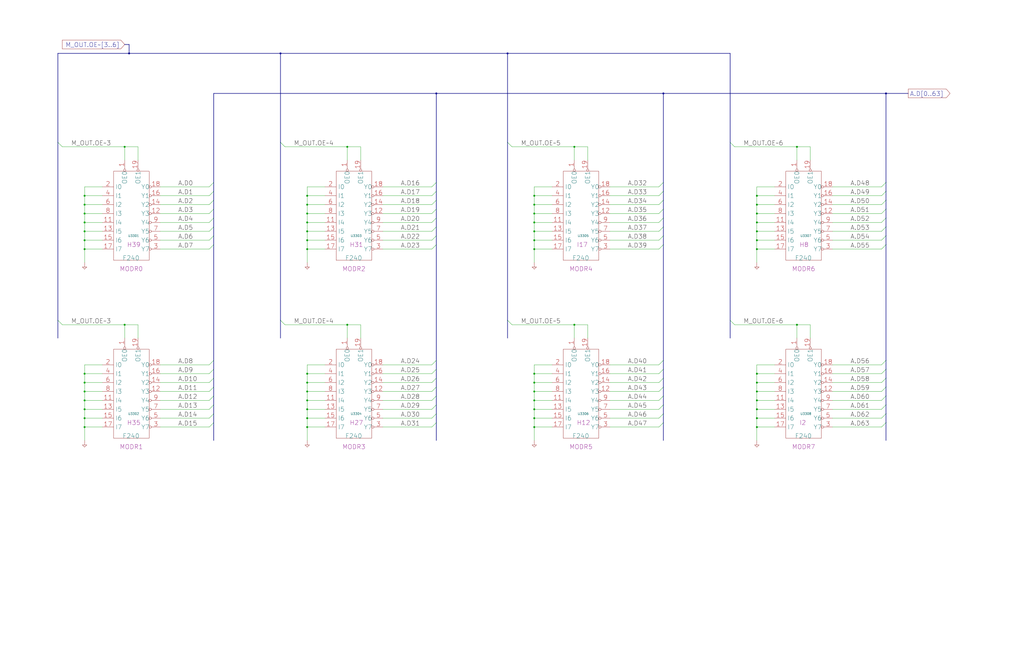
<source format=kicad_sch>
(kicad_sch (version 20250114) (generator "eeschema") (generator_version "9.0")
  (paper "User" 584.2 378.46)
  (title_block (title "MULTIPLIER OUTPUT\\nZERO DRIVERS") (date "22-MAR-90") (rev "1.0") (comment 1 "VALUE") (comment 2 "232-003063") (comment 3 "S400") (comment 4 "RELEASED"))
  (lib_symbols
    (symbol "r1000:F240" (pin_names (offset 1.016))
      (property "Reference" "U" (at 2.54 5.08 0))
      (property "Value" "F240" (at -3.81 -7.62 0))
      (property "Location" "___" (at -1.27 0 0))
      (property "Name" "______" (at 1.27 -15.24 0))
      (symbol "F240_1_1"
        (rectangle (start -8.89 41.91) (end 11.43 -8.89))
        (circle (center -2.54 42.545) (radius 0.635))
        (circle (center 5.08 42.545) (radius 0.635))
        (circle (center 12.065 33.02) (radius 0.635))
        (circle (center 12.065 27.94) (radius 0.635))
        (circle (center 12.065 22.86) (radius 0.635))
        (circle (center 12.065 17.78) (radius 0.635))
        (circle (center 12.065 12.7) (radius 0.635))
        (circle (center 12.065 7.62) (radius 0.635))
        (circle (center 12.065 2.54) (radius 0.635))
        (circle (center 12.065 -2.54) (radius 0.635))
        (pin input line (at -15.24 33.02 0) (length 6.35) (name "I0") (number "2"))
        (pin input line (at -15.24 27.94 0) (length 6.35) (name "I1") (number "4"))
        (pin input line (at -15.24 22.86 0) (length 6.35) (name "I2") (number "6"))
        (pin input line (at -15.24 17.78 0) (length 6.35) (name "I3") (number "8"))
        (pin input line (at -15.24 12.7 0) (length 6.35) (name "I4") (number "11"))
        (pin input line (at -15.24 7.62 0) (length 6.35) (name "I5") (number "13"))
        (pin input line (at -15.24 2.54 0) (length 6.35) (name "I6") (number "15"))
        (pin input line (at -15.24 -2.54 0) (length 6.35) (name "I7") (number "17"))
        (pin input line (at -2.54 48.26 270) (length 5.08) (name "OE0") (number "1"))
        (pin input line (at 5.08 48.26 270) (length 5.08) (name "OE1") (number "19"))
        (pin tri_state line (at 17.78 33.02 180) (length 5.08) (name "Y0") (number "18"))
        (pin tri_state line (at 17.78 27.94 180) (length 5.08) (name "Y1") (number "16"))
        (pin tri_state line (at 17.78 22.86 180) (length 5.08) (name "Y2") (number "14"))
        (pin tri_state line (at 17.78 17.78 180) (length 5.08) (name "Y3") (number "12"))
        (pin tri_state line (at 17.78 12.7 180) (length 5.08) (name "Y4") (number "9"))
        (pin tri_state line (at 17.78 7.62 180) (length 5.08) (name "Y5") (number "7"))
        (pin tri_state line (at 17.78 2.54 180) (length 5.08) (name "Y6") (number "5"))
        (pin tri_state line (at 17.78 -2.54 180) (length 5.08) (name "Y7") (number "3"))
      )
    )
    (symbol "r1000:PD" (power) (pin_numbers (hide yes)) (pin_names (hide yes)) (in_bom no)
      (symbol "PD_0_1"
        (polyline (pts (xy 0 -2.54) (xy 1.27 -2.54) (xy 0 -3.81) (xy -1.27 -2.54) (xy 0 -2.54)) (stroke (width 0.1524)))
      )
      (symbol "PD_1_1"
        (pin power_in line (at 0 0 270) (length 2.54) (name "PD") (number "1"))
      )
    )
  )
  (junction (at 175.26 238.76))
  (junction (at 48.26 233.68))
  (junction (at 175.26 121.92))
  (junction (at 71.12 83.82))
  (junction (at 48.26 218.44))
  (junction (at 289.56 30.48))
  (junction (at 198.12 185.42))
  (junction (at 198.12 83.82))
  (junction (at 431.8 218.44))
  (junction (at 71.12 185.42))
  (junction (at 48.26 127))
  (junction (at 48.26 116.84))
  (junction (at 48.26 223.52))
  (junction (at 327.66 83.82))
  (junction (at 304.8 127))
  (junction (at 431.8 127))
  (junction (at 73.66 30.48))
  (junction (at 175.26 127))
  (junction (at 304.8 121.92))
  (junction (at 48.26 142.24))
  (junction (at 48.26 137.16))
  (junction (at 431.8 121.92))
  (junction (at 431.8 137.16))
  (junction (at 48.26 213.36))
  (junction (at 304.8 233.68))
  (junction (at 304.8 243.84))
  (junction (at 304.8 137.16))
  (junction (at 175.26 218.44))
  (junction (at 431.8 238.76))
  (junction (at 304.8 238.76))
  (junction (at 304.8 111.76))
  (junction (at 431.8 111.76))
  (junction (at 431.8 233.68))
  (junction (at 175.26 228.6))
  (junction (at 175.26 233.68))
  (junction (at 304.8 132.08))
  (junction (at 175.26 132.08))
  (junction (at 160.02 30.48))
  (junction (at 48.26 238.76))
  (junction (at 175.26 142.24))
  (junction (at 304.8 213.36))
  (junction (at 48.26 243.84))
  (junction (at 431.8 132.08))
  (junction (at 48.26 132.08))
  (junction (at 175.26 243.84))
  (junction (at 454.66 185.42))
  (junction (at 304.8 142.24))
  (junction (at 304.8 223.52))
  (junction (at 175.26 116.84))
  (junction (at 431.8 213.36))
  (junction (at 175.26 223.52))
  (junction (at 454.66 83.82))
  (junction (at 175.26 137.16))
  (junction (at 304.8 218.44))
  (junction (at 378.46 53.34))
  (junction (at 505.46 53.34))
  (junction (at 431.8 116.84))
  (junction (at 304.8 116.84))
  (junction (at 327.66 185.42))
  (junction (at 248.92 53.34))
  (junction (at 431.8 142.24))
  (junction (at 48.26 121.92))
  (junction (at 48.26 228.6))
  (junction (at 304.8 228.6))
  (junction (at 48.26 111.76))
  (junction (at 431.8 228.6))
  (junction (at 431.8 223.52))
  (junction (at 175.26 213.36))
  (junction (at 431.8 243.84))
  (junction (at 175.26 111.76))
  (bus_entry (at 505.46 109.22) (size -2.54 2.54))
  (bus_entry (at 33.02 81.28) (size 2.54 2.54))
  (bus_entry (at 505.46 205.74) (size -2.54 2.54))
  (bus_entry (at 248.92 236.22) (size -2.54 2.54))
  (bus_entry (at 378.46 215.9) (size -2.54 2.54))
  (bus_entry (at 121.92 129.54) (size -2.54 2.54))
  (bus_entry (at 378.46 236.22) (size -2.54 2.54))
  (bus_entry (at 378.46 231.14) (size -2.54 2.54))
  (bus_entry (at 121.92 124.46) (size -2.54 2.54))
  (bus_entry (at 378.46 114.3) (size -2.54 2.54))
  (bus_entry (at 121.92 220.98) (size -2.54 2.54))
  (bus_entry (at 121.92 114.3) (size -2.54 2.54))
  (bus_entry (at 248.92 139.7) (size -2.54 2.54))
  (bus_entry (at 505.46 119.38) (size -2.54 2.54))
  (bus_entry (at 378.46 210.82) (size -2.54 2.54))
  (bus_entry (at 378.46 134.62) (size -2.54 2.54))
  (bus_entry (at 505.46 104.14) (size -2.54 2.54))
  (bus_entry (at 248.92 241.3) (size -2.54 2.54))
  (bus_entry (at 505.46 124.46) (size -2.54 2.54))
  (bus_entry (at 121.92 134.62) (size -2.54 2.54))
  (bus_entry (at 121.92 215.9) (size -2.54 2.54))
  (bus_entry (at 505.46 226.06) (size -2.54 2.54))
  (bus_entry (at 248.92 226.06) (size -2.54 2.54))
  (bus_entry (at 378.46 119.38) (size -2.54 2.54))
  (bus_entry (at 378.46 241.3) (size -2.54 2.54))
  (bus_entry (at 505.46 241.3) (size -2.54 2.54))
  (bus_entry (at 505.46 215.9) (size -2.54 2.54))
  (bus_entry (at 416.56 182.88) (size 2.54 2.54))
  (bus_entry (at 378.46 205.74) (size -2.54 2.54))
  (bus_entry (at 248.92 231.14) (size -2.54 2.54))
  (bus_entry (at 378.46 129.54) (size -2.54 2.54))
  (bus_entry (at 248.92 129.54) (size -2.54 2.54))
  (bus_entry (at 505.46 129.54) (size -2.54 2.54))
  (bus_entry (at 505.46 139.7) (size -2.54 2.54))
  (bus_entry (at 248.92 215.9) (size -2.54 2.54))
  (bus_entry (at 121.92 231.14) (size -2.54 2.54))
  (bus_entry (at 248.92 134.62) (size -2.54 2.54))
  (bus_entry (at 505.46 210.82) (size -2.54 2.54))
  (bus_entry (at 121.92 104.14) (size -2.54 2.54))
  (bus_entry (at 416.56 81.28) (size 2.54 2.54))
  (bus_entry (at 121.92 205.74) (size -2.54 2.54))
  (bus_entry (at 248.92 119.38) (size -2.54 2.54))
  (bus_entry (at 378.46 109.22) (size -2.54 2.54))
  (bus_entry (at 248.92 124.46) (size -2.54 2.54))
  (bus_entry (at 378.46 220.98) (size -2.54 2.54))
  (bus_entry (at 378.46 124.46) (size -2.54 2.54))
  (bus_entry (at 121.92 210.82) (size -2.54 2.54))
  (bus_entry (at 160.02 81.28) (size 2.54 2.54))
  (bus_entry (at 121.92 139.7) (size -2.54 2.54))
  (bus_entry (at 248.92 104.14) (size -2.54 2.54))
  (bus_entry (at 248.92 205.74) (size -2.54 2.54))
  (bus_entry (at 121.92 226.06) (size -2.54 2.54))
  (bus_entry (at 378.46 104.14) (size -2.54 2.54))
  (bus_entry (at 121.92 119.38) (size -2.54 2.54))
  (bus_entry (at 248.92 220.98) (size -2.54 2.54))
  (bus_entry (at 505.46 114.3) (size -2.54 2.54))
  (bus_entry (at 33.02 182.88) (size 2.54 2.54))
  (bus_entry (at 378.46 226.06) (size -2.54 2.54))
  (bus_entry (at 160.02 182.88) (size 2.54 2.54))
  (bus_entry (at 248.92 114.3) (size -2.54 2.54))
  (bus_entry (at 378.46 139.7) (size -2.54 2.54))
  (bus_entry (at 121.92 236.22) (size -2.54 2.54))
  (bus_entry (at 289.56 182.88) (size 2.54 2.54))
  (bus_entry (at 121.92 109.22) (size -2.54 2.54))
  (bus_entry (at 289.56 81.28) (size 2.54 2.54))
  (bus_entry (at 505.46 236.22) (size -2.54 2.54))
  (bus_entry (at 505.46 134.62) (size -2.54 2.54))
  (bus_entry (at 505.46 231.14) (size -2.54 2.54))
  (bus_entry (at 248.92 210.82) (size -2.54 2.54))
  (bus_entry (at 248.92 109.22) (size -2.54 2.54))
  (bus_entry (at 121.92 241.3) (size -2.54 2.54))
  (bus_entry (at 505.46 220.98) (size -2.54 2.54))
  (wire (pts (xy 48.26 213.36) (xy 58.42 213.36)))
  (wire (pts (xy 347.98 228.6) (xy 375.92 228.6)))
  (wire (pts (xy 175.26 111.76) (xy 185.42 111.76)))
  (wire (pts (xy 347.98 127) (xy 375.92 127)))
  (wire (pts (xy 91.44 111.76) (xy 119.38 111.76)))
  (wire (pts (xy 175.26 238.76) (xy 175.26 243.84)))
  (bus (pts (xy 378.46 220.98) (xy 378.46 226.06)))
  (wire (pts (xy 431.8 106.68) (xy 431.8 111.76)))
  (wire (pts (xy 304.8 127) (xy 314.96 127)))
  (bus (pts (xy 33.02 30.48) (xy 33.02 81.28)))
  (bus (pts (xy 121.92 114.3) (xy 121.92 119.38)))
  (wire (pts (xy 48.26 116.84) (xy 58.42 116.84)))
  (wire (pts (xy 454.66 83.82) (xy 462.28 83.82)))
  (bus (pts (xy 505.46 205.74) (xy 505.46 210.82)))
  (bus (pts (xy 505.46 134.62) (xy 505.46 139.7)))
  (wire (pts (xy 48.26 116.84) (xy 48.26 121.92)))
  (wire (pts (xy 175.26 106.68) (xy 175.26 111.76)))
  (bus (pts (xy 248.92 114.3) (xy 248.92 119.38)))
  (wire (pts (xy 175.26 127) (xy 185.42 127)))
  (wire (pts (xy 91.44 127) (xy 119.38 127)))
  (bus (pts (xy 505.46 215.9) (xy 505.46 220.98)))
  (wire (pts (xy 175.26 121.92) (xy 185.42 121.92)))
  (bus (pts (xy 248.92 134.62) (xy 248.92 139.7)))
  (wire (pts (xy 431.8 233.68) (xy 431.8 238.76)))
  (bus (pts (xy 121.92 109.22) (xy 121.92 114.3)))
  (bus (pts (xy 289.56 30.48) (xy 416.56 30.48)))
  (wire (pts (xy 474.98 228.6) (xy 502.92 228.6)))
  (wire (pts (xy 304.8 121.92) (xy 314.96 121.92)))
  (wire (pts (xy 91.44 208.28) (xy 119.38 208.28)))
  (wire (pts (xy 71.12 185.42) (xy 71.12 193.04)))
  (bus (pts (xy 378.46 139.7) (xy 378.46 205.74)))
  (bus (pts (xy 289.56 182.88) (xy 289.56 193.04)))
  (wire (pts (xy 162.56 83.82) (xy 198.12 83.82)))
  (wire (pts (xy 48.26 238.76) (xy 58.42 238.76)))
  (bus (pts (xy 160.02 81.28) (xy 160.02 182.88)))
  (wire (pts (xy 431.8 228.6) (xy 431.8 233.68)))
  (wire (pts (xy 474.98 121.92) (xy 502.92 121.92)))
  (wire (pts (xy 71.12 83.82) (xy 71.12 91.44)))
  (wire (pts (xy 162.56 185.42) (xy 198.12 185.42)))
  (wire (pts (xy 474.98 233.68) (xy 502.92 233.68)))
  (bus (pts (xy 121.92 231.14) (xy 121.92 236.22)))
  (bus (pts (xy 505.46 124.46) (xy 505.46 129.54)))
  (wire (pts (xy 48.26 127) (xy 48.26 132.08)))
  (wire (pts (xy 431.8 238.76) (xy 441.96 238.76)))
  (wire (pts (xy 175.26 243.84) (xy 185.42 243.84)))
  (bus (pts (xy 73.66 30.48) (xy 160.02 30.48)))
  (bus (pts (xy 378.46 53.34) (xy 378.46 104.14)))
  (wire (pts (xy 304.8 228.6) (xy 314.96 228.6)))
  (wire (pts (xy 335.28 193.04) (xy 335.28 185.42)))
  (wire (pts (xy 431.8 111.76) (xy 431.8 116.84)))
  (wire (pts (xy 35.56 83.82) (xy 71.12 83.82)))
  (wire (pts (xy 474.98 142.24) (xy 502.92 142.24)))
  (wire (pts (xy 175.26 213.36) (xy 175.26 218.44)))
  (wire (pts (xy 175.26 218.44) (xy 175.26 223.52)))
  (bus (pts (xy 505.46 104.14) (xy 505.46 109.22)))
  (bus (pts (xy 248.92 236.22) (xy 248.92 241.3)))
  (bus (pts (xy 505.46 220.98) (xy 505.46 226.06)))
  (wire (pts (xy 431.8 121.92) (xy 431.8 127)))
  (wire (pts (xy 175.26 218.44) (xy 185.42 218.44)))
  (bus (pts (xy 248.92 124.46) (xy 248.92 129.54)))
  (bus (pts (xy 33.02 81.28) (xy 33.02 182.88)))
  (wire (pts (xy 304.8 238.76) (xy 304.8 243.84)))
  (wire (pts (xy 431.8 238.76) (xy 431.8 243.84)))
  (wire (pts (xy 175.26 223.52) (xy 175.26 228.6)))
  (wire (pts (xy 218.44 213.36) (xy 246.38 213.36)))
  (wire (pts (xy 304.8 106.68) (xy 304.8 111.76)))
  (bus (pts (xy 378.46 53.34) (xy 505.46 53.34)))
  (bus (pts (xy 160.02 30.48) (xy 160.02 81.28)))
  (wire (pts (xy 175.26 127) (xy 175.26 132.08)))
  (wire (pts (xy 218.44 243.84) (xy 246.38 243.84)))
  (wire (pts (xy 304.8 223.52) (xy 314.96 223.52)))
  (bus (pts (xy 505.46 53.34) (xy 518.16 53.34)))
  (wire (pts (xy 292.1 83.82) (xy 327.66 83.82)))
  (wire (pts (xy 48.26 218.44) (xy 58.42 218.44)))
  (wire (pts (xy 431.8 208.28) (xy 431.8 213.36)))
  (wire (pts (xy 185.42 208.28) (xy 175.26 208.28)))
  (wire (pts (xy 292.1 185.42) (xy 327.66 185.42)))
  (wire (pts (xy 91.44 228.6) (xy 119.38 228.6)))
  (wire (pts (xy 347.98 106.68) (xy 375.92 106.68)))
  (wire (pts (xy 218.44 132.08) (xy 246.38 132.08)))
  (wire (pts (xy 462.28 193.04) (xy 462.28 185.42)))
  (wire (pts (xy 91.44 223.52) (xy 119.38 223.52)))
  (wire (pts (xy 48.26 132.08) (xy 58.42 132.08)))
  (bus (pts (xy 248.92 119.38) (xy 248.92 124.46)))
  (bus (pts (xy 505.46 53.34) (xy 505.46 104.14)))
  (wire (pts (xy 304.8 142.24) (xy 314.96 142.24)))
  (bus (pts (xy 33.02 182.88) (xy 33.02 193.04)))
  (bus (pts (xy 378.46 205.74) (xy 378.46 210.82)))
  (wire (pts (xy 474.98 111.76) (xy 502.92 111.76)))
  (wire (pts (xy 454.66 83.82) (xy 454.66 91.44)))
  (bus (pts (xy 121.92 210.82) (xy 121.92 215.9)))
  (wire (pts (xy 48.26 111.76) (xy 48.26 116.84)))
  (wire (pts (xy 48.26 142.24) (xy 48.26 149.86)))
  (wire (pts (xy 48.26 223.52) (xy 48.26 228.6)))
  (bus (pts (xy 121.92 53.34) (xy 248.92 53.34)))
  (wire (pts (xy 304.8 121.92) (xy 304.8 127)))
  (wire (pts (xy 304.8 208.28) (xy 304.8 213.36)))
  (wire (pts (xy 48.26 238.76) (xy 48.26 243.84)))
  (wire (pts (xy 304.8 132.08) (xy 304.8 137.16)))
  (bus (pts (xy 378.46 241.3) (xy 378.46 251.46)))
  (wire (pts (xy 347.98 142.24) (xy 375.92 142.24)))
  (wire (pts (xy 175.26 213.36) (xy 185.42 213.36)))
  (wire (pts (xy 304.8 116.84) (xy 304.8 121.92)))
  (wire (pts (xy 431.8 243.84) (xy 441.96 243.84)))
  (bus (pts (xy 505.46 226.06) (xy 505.46 231.14)))
  (wire (pts (xy 335.28 91.44) (xy 335.28 83.82)))
  (wire (pts (xy 48.26 228.6) (xy 48.26 233.68)))
  (wire (pts (xy 327.66 185.42) (xy 327.66 193.04)))
  (wire (pts (xy 48.26 127) (xy 58.42 127)))
  (wire (pts (xy 304.8 213.36) (xy 304.8 218.44)))
  (wire (pts (xy 304.8 142.24) (xy 304.8 149.86)))
  (wire (pts (xy 347.98 233.68) (xy 375.92 233.68)))
  (bus (pts (xy 505.46 236.22) (xy 505.46 241.3)))
  (bus (pts (xy 378.46 210.82) (xy 378.46 215.9)))
  (wire (pts (xy 48.26 243.84) (xy 58.42 243.84)))
  (wire (pts (xy 205.74 193.04) (xy 205.74 185.42)))
  (bus (pts (xy 248.92 226.06) (xy 248.92 231.14)))
  (wire (pts (xy 218.44 218.44) (xy 246.38 218.44)))
  (bus (pts (xy 505.46 210.82) (xy 505.46 215.9)))
  (wire (pts (xy 91.44 142.24) (xy 119.38 142.24)))
  (bus (pts (xy 416.56 81.28) (xy 416.56 182.88)))
  (wire (pts (xy 304.8 137.16) (xy 304.8 142.24)))
  (bus (pts (xy 248.92 109.22) (xy 248.92 114.3)))
  (bus (pts (xy 160.02 182.88) (xy 160.02 193.04)))
  (bus (pts (xy 71.12 25.4) (xy 73.66 25.4)))
  (wire (pts (xy 304.8 228.6) (xy 304.8 233.68)))
  (wire (pts (xy 58.42 208.28) (xy 48.26 208.28)))
  (bus (pts (xy 505.46 231.14) (xy 505.46 236.22)))
  (wire (pts (xy 175.26 121.92) (xy 175.26 127)))
  (wire (pts (xy 304.8 111.76) (xy 304.8 116.84)))
  (bus (pts (xy 121.92 124.46) (xy 121.92 129.54)))
  (bus (pts (xy 121.92 119.38) (xy 121.92 124.46)))
  (wire (pts (xy 48.26 223.52) (xy 58.42 223.52)))
  (wire (pts (xy 218.44 106.68) (xy 246.38 106.68)))
  (wire (pts (xy 431.8 127) (xy 441.96 127)))
  (wire (pts (xy 347.98 238.76) (xy 375.92 238.76)))
  (wire (pts (xy 347.98 243.84) (xy 375.92 243.84)))
  (wire (pts (xy 347.98 137.16) (xy 375.92 137.16)))
  (wire (pts (xy 474.98 243.84) (xy 502.92 243.84)))
  (wire (pts (xy 198.12 185.42) (xy 198.12 193.04)))
  (bus (pts (xy 416.56 30.48) (xy 416.56 81.28)))
  (wire (pts (xy 431.8 137.16) (xy 441.96 137.16)))
  (wire (pts (xy 304.8 218.44) (xy 304.8 223.52)))
  (wire (pts (xy 431.8 223.52) (xy 431.8 228.6)))
  (wire (pts (xy 314.96 106.68) (xy 304.8 106.68)))
  (wire (pts (xy 474.98 132.08) (xy 502.92 132.08)))
  (wire (pts (xy 419.1 83.82) (xy 454.66 83.82)))
  (wire (pts (xy 198.12 83.82) (xy 205.74 83.82)))
  (wire (pts (xy 48.26 106.68) (xy 48.26 111.76)))
  (wire (pts (xy 327.66 83.82) (xy 335.28 83.82)))
  (bus (pts (xy 248.92 104.14) (xy 248.92 109.22)))
  (wire (pts (xy 474.98 137.16) (xy 502.92 137.16)))
  (bus (pts (xy 248.92 53.34) (xy 378.46 53.34)))
  (bus (pts (xy 378.46 119.38) (xy 378.46 124.46)))
  (bus (pts (xy 248.92 205.74) (xy 248.92 210.82)))
  (bus (pts (xy 505.46 139.7) (xy 505.46 205.74)))
  (bus (pts (xy 378.46 104.14) (xy 378.46 109.22)))
  (wire (pts (xy 218.44 111.76) (xy 246.38 111.76)))
  (wire (pts (xy 48.26 208.28) (xy 48.26 213.36)))
  (wire (pts (xy 431.8 243.84) (xy 431.8 251.46)))
  (bus (pts (xy 378.46 129.54) (xy 378.46 134.62)))
  (wire (pts (xy 304.8 132.08) (xy 314.96 132.08)))
  (wire (pts (xy 431.8 233.68) (xy 441.96 233.68)))
  (wire (pts (xy 175.26 223.52) (xy 185.42 223.52)))
  (wire (pts (xy 91.44 218.44) (xy 119.38 218.44)))
  (bus (pts (xy 121.92 226.06) (xy 121.92 231.14)))
  (wire (pts (xy 48.26 132.08) (xy 48.26 137.16)))
  (wire (pts (xy 91.44 121.92) (xy 119.38 121.92)))
  (wire (pts (xy 474.98 238.76) (xy 502.92 238.76)))
  (wire (pts (xy 431.8 213.36) (xy 431.8 218.44)))
  (wire (pts (xy 431.8 213.36) (xy 441.96 213.36)))
  (wire (pts (xy 431.8 218.44) (xy 431.8 223.52)))
  (bus (pts (xy 73.66 25.4) (xy 73.66 30.48)))
  (wire (pts (xy 58.42 106.68) (xy 48.26 106.68)))
  (wire (pts (xy 71.12 83.82) (xy 78.74 83.82)))
  (wire (pts (xy 48.26 111.76) (xy 58.42 111.76)))
  (bus (pts (xy 505.46 109.22) (xy 505.46 114.3)))
  (wire (pts (xy 474.98 208.28) (xy 502.92 208.28)))
  (bus (pts (xy 121.92 236.22) (xy 121.92 241.3)))
  (wire (pts (xy 474.98 213.36) (xy 502.92 213.36)))
  (wire (pts (xy 175.26 142.24) (xy 185.42 142.24)))
  (bus (pts (xy 248.92 210.82) (xy 248.92 215.9)))
  (wire (pts (xy 431.8 116.84) (xy 431.8 121.92)))
  (wire (pts (xy 441.96 106.68) (xy 431.8 106.68)))
  (wire (pts (xy 48.26 142.24) (xy 58.42 142.24)))
  (wire (pts (xy 431.8 121.92) (xy 441.96 121.92)))
  (wire (pts (xy 175.26 137.16) (xy 175.26 142.24)))
  (wire (pts (xy 454.66 185.42) (xy 454.66 193.04)))
  (wire (pts (xy 304.8 137.16) (xy 314.96 137.16)))
  (wire (pts (xy 205.74 91.44) (xy 205.74 83.82)))
  (wire (pts (xy 347.98 111.76) (xy 375.92 111.76)))
  (wire (pts (xy 91.44 238.76) (xy 119.38 238.76)))
  (wire (pts (xy 218.44 238.76) (xy 246.38 238.76)))
  (wire (pts (xy 218.44 121.92) (xy 246.38 121.92)))
  (wire (pts (xy 91.44 233.68) (xy 119.38 233.68)))
  (wire (pts (xy 462.28 91.44) (xy 462.28 83.82)))
  (wire (pts (xy 198.12 185.42) (xy 205.74 185.42)))
  (wire (pts (xy 431.8 127) (xy 431.8 132.08)))
  (wire (pts (xy 35.56 185.42) (xy 71.12 185.42)))
  (wire (pts (xy 431.8 132.08) (xy 431.8 137.16)))
  (bus (pts (xy 378.46 134.62) (xy 378.46 139.7)))
  (wire (pts (xy 198.12 83.82) (xy 198.12 91.44)))
  (bus (pts (xy 378.46 215.9) (xy 378.46 220.98)))
  (wire (pts (xy 78.74 193.04) (xy 78.74 185.42)))
  (bus (pts (xy 248.92 241.3) (xy 248.92 251.46)))
  (wire (pts (xy 175.26 111.76) (xy 175.26 116.84)))
  (wire (pts (xy 431.8 142.24) (xy 431.8 149.86)))
  (wire (pts (xy 175.26 228.6) (xy 185.42 228.6)))
  (wire (pts (xy 304.8 233.68) (xy 304.8 238.76)))
  (bus (pts (xy 248.92 53.34) (xy 248.92 104.14)))
  (bus (pts (xy 33.02 30.48) (xy 73.66 30.48)))
  (wire (pts (xy 175.26 233.68) (xy 185.42 233.68)))
  (wire (pts (xy 304.8 213.36) (xy 314.96 213.36)))
  (bus (pts (xy 289.56 81.28) (xy 289.56 182.88)))
  (wire (pts (xy 218.44 233.68) (xy 246.38 233.68)))
  (wire (pts (xy 218.44 142.24) (xy 246.38 142.24)))
  (wire (pts (xy 304.8 127) (xy 304.8 132.08)))
  (wire (pts (xy 431.8 228.6) (xy 441.96 228.6)))
  (bus (pts (xy 248.92 139.7) (xy 248.92 205.74)))
  (bus (pts (xy 121.92 215.9) (xy 121.92 220.98)))
  (wire (pts (xy 431.8 223.52) (xy 441.96 223.52)))
  (wire (pts (xy 48.26 121.92) (xy 58.42 121.92)))
  (wire (pts (xy 304.8 116.84) (xy 314.96 116.84)))
  (wire (pts (xy 327.66 185.42) (xy 335.28 185.42)))
  (bus (pts (xy 378.46 231.14) (xy 378.46 236.22)))
  (bus (pts (xy 505.46 114.3) (xy 505.46 119.38)))
  (wire (pts (xy 91.44 213.36) (xy 119.38 213.36)))
  (wire (pts (xy 347.98 218.44) (xy 375.92 218.44)))
  (wire (pts (xy 347.98 121.92) (xy 375.92 121.92)))
  (wire (pts (xy 48.26 228.6) (xy 58.42 228.6)))
  (wire (pts (xy 304.8 233.68) (xy 314.96 233.68)))
  (wire (pts (xy 347.98 223.52) (xy 375.92 223.52)))
  (wire (pts (xy 175.26 228.6) (xy 175.26 233.68)))
  (wire (pts (xy 347.98 132.08) (xy 375.92 132.08)))
  (wire (pts (xy 185.42 106.68) (xy 175.26 106.68)))
  (wire (pts (xy 91.44 106.68) (xy 119.38 106.68)))
  (wire (pts (xy 175.26 208.28) (xy 175.26 213.36)))
  (wire (pts (xy 304.8 238.76) (xy 314.96 238.76)))
  (bus (pts (xy 121.92 220.98) (xy 121.92 226.06)))
  (wire (pts (xy 218.44 137.16) (xy 246.38 137.16)))
  (bus (pts (xy 378.46 124.46) (xy 378.46 129.54)))
  (wire (pts (xy 474.98 116.84) (xy 502.92 116.84)))
  (wire (pts (xy 454.66 185.42) (xy 462.28 185.42)))
  (wire (pts (xy 175.26 132.08) (xy 185.42 132.08)))
  (bus (pts (xy 121.92 53.34) (xy 121.92 104.14)))
  (bus (pts (xy 378.46 109.22) (xy 378.46 114.3)))
  (wire (pts (xy 431.8 142.24) (xy 441.96 142.24)))
  (wire (pts (xy 48.26 137.16) (xy 58.42 137.16)))
  (wire (pts (xy 48.26 243.84) (xy 48.26 251.46)))
  (bus (pts (xy 121.92 241.3) (xy 121.92 251.46)))
  (wire (pts (xy 218.44 228.6) (xy 246.38 228.6)))
  (wire (pts (xy 175.26 238.76) (xy 185.42 238.76)))
  (wire (pts (xy 474.98 127) (xy 502.92 127)))
  (bus (pts (xy 505.46 119.38) (xy 505.46 124.46)))
  (bus (pts (xy 378.46 114.3) (xy 378.46 119.38)))
  (wire (pts (xy 91.44 243.84) (xy 119.38 243.84)))
  (wire (pts (xy 175.26 116.84) (xy 185.42 116.84)))
  (wire (pts (xy 347.98 213.36) (xy 375.92 213.36)))
  (wire (pts (xy 91.44 116.84) (xy 119.38 116.84)))
  (wire (pts (xy 175.26 142.24) (xy 175.26 149.86)))
  (bus (pts (xy 289.56 30.48) (xy 289.56 81.28)))
  (wire (pts (xy 48.26 233.68) (xy 58.42 233.68)))
  (wire (pts (xy 327.66 83.82) (xy 327.66 91.44)))
  (bus (pts (xy 121.92 205.74) (xy 121.92 210.82)))
  (bus (pts (xy 248.92 220.98) (xy 248.92 226.06)))
  (wire (pts (xy 218.44 116.84) (xy 246.38 116.84)))
  (bus (pts (xy 248.92 231.14) (xy 248.92 236.22)))
  (wire (pts (xy 48.26 213.36) (xy 48.26 218.44)))
  (bus (pts (xy 121.92 139.7) (xy 121.92 205.74)))
  (wire (pts (xy 175.26 116.84) (xy 175.26 121.92)))
  (wire (pts (xy 441.96 208.28) (xy 431.8 208.28)))
  (wire (pts (xy 91.44 132.08) (xy 119.38 132.08)))
  (wire (pts (xy 218.44 223.52) (xy 246.38 223.52)))
  (wire (pts (xy 304.8 243.84) (xy 304.8 251.46)))
  (wire (pts (xy 474.98 106.68) (xy 502.92 106.68)))
  (wire (pts (xy 347.98 208.28) (xy 375.92 208.28)))
  (bus (pts (xy 121.92 134.62) (xy 121.92 139.7)))
  (bus (pts (xy 248.92 215.9) (xy 248.92 220.98)))
  (wire (pts (xy 431.8 137.16) (xy 431.8 142.24)))
  (wire (pts (xy 48.26 121.92) (xy 48.26 127)))
  (bus (pts (xy 378.46 236.22) (xy 378.46 241.3)))
  (bus (pts (xy 505.46 129.54) (xy 505.46 134.62)))
  (wire (pts (xy 431.8 111.76) (xy 441.96 111.76)))
  (bus (pts (xy 121.92 129.54) (xy 121.92 134.62)))
  (bus (pts (xy 505.46 241.3) (xy 505.46 251.46)))
  (bus (pts (xy 121.92 104.14) (xy 121.92 109.22)))
  (wire (pts (xy 71.12 185.42) (xy 78.74 185.42)))
  (wire (pts (xy 304.8 111.76) (xy 314.96 111.76)))
  (wire (pts (xy 175.26 132.08) (xy 175.26 137.16)))
  (bus (pts (xy 160.02 30.48) (xy 289.56 30.48)))
  (wire (pts (xy 48.26 233.68) (xy 48.26 238.76)))
  (bus (pts (xy 248.92 129.54) (xy 248.92 134.62)))
  (wire (pts (xy 175.26 233.68) (xy 175.26 238.76)))
  (wire (pts (xy 347.98 116.84) (xy 375.92 116.84)))
  (wire (pts (xy 474.98 223.52) (xy 502.92 223.52)))
  (wire (pts (xy 314.96 208.28) (xy 304.8 208.28)))
  (wire (pts (xy 48.26 218.44) (xy 48.26 223.52)))
  (wire (pts (xy 175.26 137.16) (xy 185.42 137.16)))
  (wire (pts (xy 419.1 185.42) (xy 454.66 185.42)))
  (wire (pts (xy 48.26 137.16) (xy 48.26 142.24)))
  (wire (pts (xy 91.44 137.16) (xy 119.38 137.16)))
  (wire (pts (xy 218.44 208.28) (xy 246.38 208.28)))
  (wire (pts (xy 431.8 132.08) (xy 441.96 132.08)))
  (wire (pts (xy 304.8 223.52) (xy 304.8 228.6)))
  (wire (pts (xy 78.74 91.44) (xy 78.74 83.82)))
  (bus (pts (xy 416.56 182.88) (xy 416.56 193.04)))
  (wire (pts (xy 474.98 218.44) (xy 502.92 218.44)))
  (wire (pts (xy 431.8 116.84) (xy 441.96 116.84)))
  (wire (pts (xy 431.8 218.44) (xy 441.96 218.44)))
  (bus (pts (xy 378.46 226.06) (xy 378.46 231.14)))
  (wire (pts (xy 304.8 218.44) (xy 314.96 218.44)))
  (wire (pts (xy 304.8 243.84) (xy 314.96 243.84)))
  (wire (pts (xy 218.44 127) (xy 246.38 127)))
  (wire (pts (xy 175.26 243.84) (xy 175.26 251.46)))
  (label "A.D35" (at 358.14 121.92 0) (effects (font (size 2.54 2.54))))
  (label "A.D19" (at 228.6 121.92 0) (effects (font (size 2.54 2.54))))
  (label "A.D1" (at 101.6 111.76 0) (effects (font (size 2.54 2.54))))
  (label "A.D57" (at 485.14 213.36 0) (effects (font (size 2.54 2.54))))
  (label "A.D49" (at 485.14 111.76 0) (effects (font (size 2.54 2.54))))
  (label "M_OUT.OE~4" (at 167.64 185.42 0) (effects (font (size 2.54 2.54))))
  (label "A.D26" (at 228.6 218.44 0) (effects (font (size 2.54 2.54))))
  (label "A.D31" (at 228.6 243.84 0) (effects (font (size 2.54 2.54))))
  (label "A.D3" (at 101.6 121.92 0) (effects (font (size 2.54 2.54))))
  (label "A.D54" (at 485.14 137.16 0) (effects (font (size 2.54 2.54))))
  (label "A.D56" (at 485.14 208.28 0) (effects (font (size 2.54 2.54))))
  (label "M_OUT.OE~6" (at 424.18 83.82 0) (effects (font (size 2.54 2.54))))
  (label "A.D9" (at 101.6 213.36 0) (effects (font (size 2.54 2.54))))
  (label "A.D22" (at 228.6 137.16 0) (effects (font (size 2.54 2.54))))
  (label "A.D45" (at 358.14 233.68 0) (effects (font (size 2.54 2.54))))
  (label "A.D5" (at 101.6 132.08 0) (effects (font (size 2.54 2.54))))
  (label "A.D12" (at 101.6 228.6 0) (effects (font (size 2.54 2.54))))
  (label "A.D47" (at 358.14 243.84 0) (effects (font (size 2.54 2.54))))
  (label "A.D24" (at 228.6 208.28 0) (effects (font (size 2.54 2.54))))
  (label "A.D50" (at 485.14 116.84 0) (effects (font (size 2.54 2.54))))
  (label "A.D53" (at 485.14 132.08 0) (effects (font (size 2.54 2.54))))
  (label "A.D52" (at 485.14 127 0) (effects (font (size 2.54 2.54))))
  (label "A.D32" (at 358.14 106.68 0) (effects (font (size 2.54 2.54))))
  (label "M_OUT.OE~5" (at 297.18 185.42 0) (effects (font (size 2.54 2.54))))
  (label "A.D6" (at 101.6 137.16 0) (effects (font (size 2.54 2.54))))
  (label "M_OUT.OE~6" (at 424.18 185.42 0) (effects (font (size 2.54 2.54))))
  (label "A.D58" (at 485.14 218.44 0) (effects (font (size 2.54 2.54))))
  (label "A.D39" (at 358.14 142.24 0) (effects (font (size 2.54 2.54))))
  (label "A.D30" (at 228.6 238.76 0) (effects (font (size 2.54 2.54))))
  (label "M_OUT.OE~3" (at 40.64 185.42 0) (effects (font (size 2.54 2.54))))
  (label "A.D62" (at 485.14 238.76 0) (effects (font (size 2.54 2.54))))
  (label "A.D10" (at 101.6 218.44 0) (effects (font (size 2.54 2.54))))
  (label "A.D42" (at 358.14 218.44 0) (effects (font (size 2.54 2.54))))
  (label "A.D46" (at 358.14 238.76 0) (effects (font (size 2.54 2.54))))
  (label "A.D14" (at 101.6 238.76 0) (effects (font (size 2.54 2.54))))
  (label "A.D7" (at 101.6 142.24 0) (effects (font (size 2.54 2.54))))
  (label "A.D44" (at 358.14 228.6 0) (effects (font (size 2.54 2.54))))
  (label "A.D36" (at 358.14 127 0) (effects (font (size 2.54 2.54))))
  (label "M_OUT.OE~5" (at 297.18 83.82 0) (effects (font (size 2.54 2.54))))
  (label "A.D13" (at 101.6 233.68 0) (effects (font (size 2.54 2.54))))
  (label "A.D17" (at 228.6 111.76 0) (effects (font (size 2.54 2.54))))
  (label "A.D59" (at 485.14 223.52 0) (effects (font (size 2.54 2.54))))
  (label "A.D60" (at 485.14 228.6 0) (effects (font (size 2.54 2.54))))
  (label "A.D29" (at 228.6 233.68 0) (effects (font (size 2.54 2.54))))
  (label "A.D38" (at 358.14 137.16 0) (effects (font (size 2.54 2.54))))
  (label "A.D16" (at 228.6 106.68 0) (effects (font (size 2.54 2.54))))
  (label "A.D27" (at 228.6 223.52 0) (effects (font (size 2.54 2.54))))
  (label "A.D2" (at 101.6 116.84 0) (effects (font (size 2.54 2.54))))
  (label "A.D34" (at 358.14 116.84 0) (effects (font (size 2.54 2.54))))
  (label "A.D63" (at 485.14 243.84 0) (effects (font (size 2.54 2.54))))
  (label "A.D21" (at 228.6 132.08 0) (effects (font (size 2.54 2.54))))
  (label "A.D61" (at 485.14 233.68 0) (effects (font (size 2.54 2.54))))
  (label "A.D43" (at 358.14 223.52 0) (effects (font (size 2.54 2.54))))
  (label "A.D25" (at 228.6 213.36 0) (effects (font (size 2.54 2.54))))
  (label "A.D55" (at 485.14 142.24 0) (effects (font (size 2.54 2.54))))
  (label "M_OUT.OE~3" (at 40.64 83.82 0) (effects (font (size 2.54 2.54))))
  (label "A.D41" (at 358.14 213.36 0) (effects (font (size 2.54 2.54))))
  (label "A.D40" (at 358.14 208.28 0) (effects (font (size 2.54 2.54))))
  (label "A.D37" (at 358.14 132.08 0) (effects (font (size 2.54 2.54))))
  (label "A.D51" (at 485.14 121.92 0) (effects (font (size 2.54 2.54))))
  (label "A.D18" (at 228.6 116.84 0) (effects (font (size 2.54 2.54))))
  (label "A.D8" (at 101.6 208.28 0) (effects (font (size 2.54 2.54))))
  (label "A.D33" (at 358.14 111.76 0) (effects (font (size 2.54 2.54))))
  (label "A.D11" (at 101.6 223.52 0) (effects (font (size 2.54 2.54))))
  (label "A.D28" (at 228.6 228.6 0) (effects (font (size 2.54 2.54))))
  (label "A.D20" (at 228.6 127 0) (effects (font (size 2.54 2.54))))
  (label "M_OUT.OE~4" (at 167.64 83.82 0) (effects (font (size 2.54 2.54))))
  (label "A.D0" (at 101.6 106.68 0) (effects (font (size 2.54 2.54))))
  (label "A.D4" (at 101.6 127 0) (effects (font (size 2.54 2.54))))
  (label "A.D48" (at 485.14 106.68 0) (effects (font (size 2.54 2.54))))
  (label "A.D23" (at 228.6 142.24 0) (effects (font (size 2.54 2.54))))
  (label "A.D15" (at 101.6 243.84 0) (effects (font (size 2.54 2.54))))
  (global_label "A.D[0..63]" (shape output) (at 518.16 53.34 0) (effects (font (size 2.54 2.54))) (property "Intersheetrefs" "${INTERSHEET_REFS}" (at 541.9755 53.1813 0) (effects (font (size 1.905 1.905)) (justify left))))
  (global_label "M_OUT.OE~[3..6]" (shape input) (at 71.12 25.4 180) (effects (font (size 2.54 2.54))) (property "Intersheetrefs" "${INTERSHEET_REFS}" (at 35.5721 25.2413 0) (effects (font (size 1.905 1.905)) (justify right))))
  (symbol (lib_id "r1000:PD") (at 431.8 251.46 0) (unit 1) (in_bom no)
    (property "Reference" "#PWR03308" (effects (hide yes)))
    (property "Value" "PD" (effects (hide yes)))
  )
  (symbol (lib_id "r1000:PD") (at 304.8 149.86 0) (unit 1) (in_bom no)
    (property "Reference" "#PWR03305" (effects (hide yes)))
    (property "Value" "PD" (effects (hide yes)))
  )
  (symbol (lib_id "r1000:F240") (at 73.66 139.7 0) (unit 1)
    (property "Reference" "U3301" (at 76.2 134.62 0))
    (property "Value" "F240" (at 69.85 147.32 0) (effects (font (size 2.54 2.54)) (justify left)))
    (property "Location" "H39" (at 72.39 139.7 0) (effects (font (size 2.54 2.54)) (justify left)))
    (property "Name" "MODR0" (at 74.93 154.94 0) (effects (font (size 2.54 2.54)) (justify bottom)))
  )
  (symbol (lib_id "r1000:F240") (at 330.2 139.7 0) (unit 1)
    (property "Reference" "U3305" (at 332.74 134.62 0))
    (property "Value" "F240" (at 326.39 147.32 0) (effects (font (size 2.54 2.54)) (justify left)))
    (property "Location" "I17" (at 328.93 139.7 0) (effects (font (size 2.54 2.54)) (justify left)))
    (property "Name" "MODR4" (at 331.47 154.94 0) (effects (font (size 2.54 2.54)) (justify bottom)))
  )
  (symbol (lib_id "r1000:F240") (at 200.66 139.7 0) (unit 1)
    (property "Reference" "U3303" (at 203.2 134.62 0))
    (property "Value" "F240" (at 196.85 147.32 0) (effects (font (size 2.54 2.54)) (justify left)))
    (property "Location" "H31" (at 199.39 139.7 0) (effects (font (size 2.54 2.54)) (justify left)))
    (property "Name" "MODR2" (at 201.93 154.94 0) (effects (font (size 2.54 2.54)) (justify bottom)))
  )
  (symbol (lib_id "r1000:PD") (at 175.26 149.86 0) (unit 1) (in_bom no)
    (property "Reference" "#PWR03303" (effects (hide yes)))
    (property "Value" "PD" (effects (hide yes)))
  )
  (symbol (lib_id "r1000:F240") (at 457.2 139.7 0) (unit 1)
    (property "Reference" "U3307" (at 459.74 134.62 0))
    (property "Value" "F240" (at 453.39 147.32 0) (effects (font (size 2.54 2.54)) (justify left)))
    (property "Location" "H8" (at 455.93 139.7 0) (effects (font (size 2.54 2.54)) (justify left)))
    (property "Name" "MODR6" (at 458.47 154.94 0) (effects (font (size 2.54 2.54)) (justify bottom)))
  )
  (symbol (lib_id "r1000:F240") (at 200.66 241.3 0) (unit 1)
    (property "Reference" "U3304" (at 203.2 236.22 0))
    (property "Value" "F240" (at 196.85 248.92 0) (effects (font (size 2.54 2.54)) (justify left)))
    (property "Location" "H27" (at 199.39 241.3 0) (effects (font (size 2.54 2.54)) (justify left)))
    (property "Name" "MODR3" (at 201.93 256.54 0) (effects (font (size 2.54 2.54)) (justify bottom)))
  )
  (symbol (lib_id "r1000:PD") (at 175.26 251.46 0) (unit 1) (in_bom no)
    (property "Reference" "#PWR03304" (effects (hide yes)))
    (property "Value" "PD" (effects (hide yes)))
  )
  (symbol (lib_id "r1000:F240") (at 73.66 241.3 0) (unit 1)
    (property "Reference" "U3302" (at 76.2 236.22 0))
    (property "Value" "F240" (at 69.85 248.92 0) (effects (font (size 2.54 2.54)) (justify left)))
    (property "Location" "H35" (at 72.39 241.3 0) (effects (font (size 2.54 2.54)) (justify left)))
    (property "Name" "MODR1" (at 74.93 256.54 0) (effects (font (size 2.54 2.54)) (justify bottom)))
  )
  (symbol (lib_id "r1000:F240") (at 330.2 241.3 0) (unit 1)
    (property "Reference" "U3306" (at 332.74 236.22 0))
    (property "Value" "F240" (at 326.39 248.92 0) (effects (font (size 2.54 2.54)) (justify left)))
    (property "Location" "H12" (at 328.93 241.3 0) (effects (font (size 2.54 2.54)) (justify left)))
    (property "Name" "MODR5" (at 331.47 256.54 0) (effects (font (size 2.54 2.54)) (justify bottom)))
  )
  (symbol (lib_id "r1000:PD") (at 304.8 251.46 0) (unit 1) (in_bom no)
    (property "Reference" "#PWR03306" (effects (hide yes)))
    (property "Value" "PD" (effects (hide yes)))
  )
  (symbol (lib_id "r1000:F240") (at 457.2 241.3 0) (unit 1)
    (property "Reference" "U3308" (at 459.74 236.22 0))
    (property "Value" "F240" (at 453.39 248.92 0) (effects (font (size 2.54 2.54)) (justify left)))
    (property "Location" "I2" (at 455.93 241.3 0) (effects (font (size 2.54 2.54)) (justify left)))
    (property "Name" "MODR7" (at 458.47 256.54 0) (effects (font (size 2.54 2.54)) (justify bottom)))
  )
  (symbol (lib_id "r1000:PD") (at 431.8 149.86 0) (unit 1) (in_bom no)
    (property "Reference" "#PWR03307" (effects (hide yes)))
    (property "Value" "PD" (effects (hide yes)))
  )
  (symbol (lib_id "r1000:PD") (at 48.26 251.46 0) (unit 1) (in_bom no)
    (property "Reference" "#PWR03302" (effects (hide yes)))
    (property "Value" "PD" (effects (hide yes)))
  )
  (symbol (lib_id "r1000:PD") (at 48.26 149.86 0) (unit 1) (in_bom no)
    (property "Reference" "#PWR03301" (effects (hide yes)))
    (property "Value" "PD" (effects (hide yes)))
  )
)
</source>
